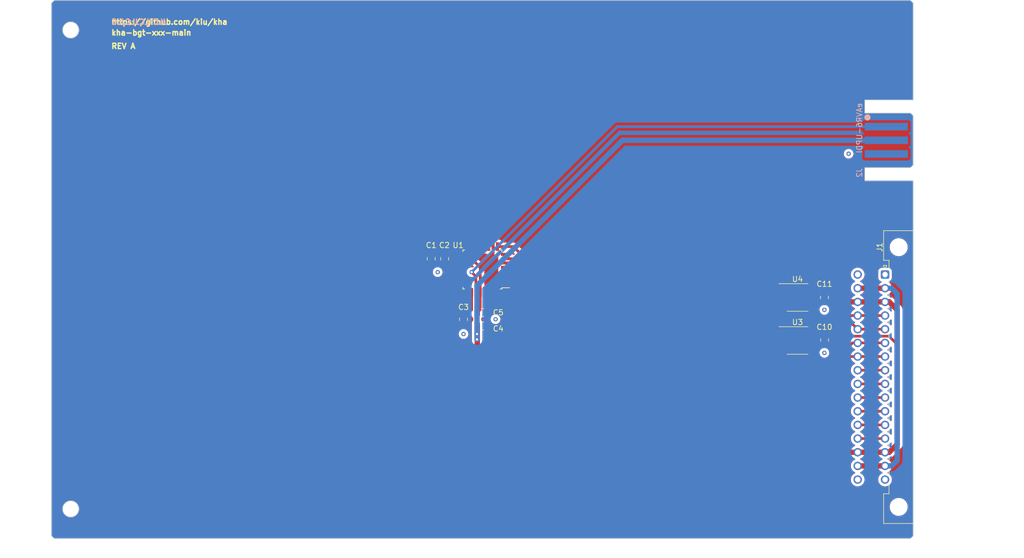
<source format=kicad_pcb>
(kicad_pcb (version 20221018) (generator pcbnew)
  (layers (0 "F.Cu" signal) (31 "B.Cu" signal) (34 "B.Paste" user) (35 "F.Paste" user) (36 "B.SilkS" user "B.Silkscreen") (37 "F.SilkS" user "F.Silkscreen") (38 "B.Mask" user) (39 "F.Mask" user) (44 "Edge.Cuts" user))
  (net 0 "")
  (footprint "Capacitor_SMD:C_0805_2012Metric" (layer "F.Cu") (at 136.4 102.9 180)
    (fp_text reference "C4" (at -2.95 -0.5) (layer "F.SilkS"))
    (fp_text value "C")
    (fp_line (start -0.261252 -0.735) (end 0.261252 -0.735) (stroke (width 0.12)) (layer "F.SilkS"))
    (fp_line (start -0.261252 0.735) (end 0.261252 0.735) (stroke (width 0.12)) (layer "F.SilkS"))
    (pad "1" smd roundrect (at -0.95 0 180) (size 1 1.45) (layers "F.Cu" "F.Paste" "F.Mask"))
    (pad "2" smd roundrect (at 0.95 0 180) (size 1 1.45) (layers "F.Cu" "F.Paste" "F.Mask"))
  )
  (footprint "kiu-eAVR:eAVR6-UPDI-B" (layer "F.Cu") (at 216.4 68.4 90)
    (fp_text reference "J2" (at -7 -10 90) (layer "B.SilkS") (effects (justify right mirror)))
    (fp_text value "AVR-UPDI-6" hide)
    (fp_text user "eAVR6-UPDI" (at 7 -10 90 unlocked) (layer "B.SilkS") (effects (justify left mirror)))
    (fp_circle (center 4.25 -8.5) (end 4.75 -8.5) (stroke (width 0.15)) (fill solid) (layer "B.SilkS"))
    (fp_line (start -5.08 -9) (end -5.08 -0.5) (stroke (width 0.12)) (layer "Edge.Cuts"))
    (fp_line (start -5.08 -0.5) (end -4.58 0) (stroke (width 0.12)) (layer "Edge.Cuts"))
    (fp_line (start -4.58 0) (end 4.58 0) (stroke (width 0.12)) (layer "Edge.Cuts"))
    (fp_line (start 5.08 -9) (end 5.08 -0.5) (stroke (width 0.12)) (layer "Edge.Cuts"))
    (fp_line (start 5.08 -0.5) (end 4.58 0) (stroke (width 0.12)) (layer "Edge.Cuts"))
    (pad "1" connect rect (at 2.54 -5 90) (size 1.4 8) (layers "B.Cu" "B.Mask"))
    (pad "2" connect rect (at 0 -5 90) (size 1.4 8) (layers "B.Cu" "B.Mask"))
    (pad "6" connect rect (at -2.54 -5 90) (size 1.4 8) (layers "B.Cu" "B.Mask"))
  )
  (footprint "Capacitor_SMD:C_0805_2012Metric" (layer "F.Cu") (at 136.4 100.4 180)
    (fp_text reference "C5" (at -2.95 0) (layer "F.SilkS"))
    (fp_text value "C")
    (fp_line (start -0.261252 -0.735) (end 0.261252 -0.735) (stroke (width 0.12)) (layer "F.SilkS"))
    (fp_line (start -0.261252 0.735) (end 0.261252 0.735) (stroke (width 0.12)) (layer "F.SilkS"))
    (pad "1" smd roundrect (at -0.95 0 180) (size 1 1.45) (layers "F.Cu" "F.Paste" "F.Mask"))
    (pad "2" smd roundrect (at 0.95 0 180) (size 1 1.45) (layers "F.Cu" "F.Paste" "F.Mask"))
  )
  (footprint "Package_SO:SOIC-8_3.9x4.9mm_P1.27mm" (layer "F.Cu") (at 194.91 105.6)
    (fp_text reference "U3" (at 0 -3.4) (layer "F.SilkS"))
    (fp_text value "SP481E")
    (fp_line (start 0 -2.56) (end -3.45 -2.56) (stroke (width 0.12)) (layer "F.SilkS"))
    (fp_line (start 0 -2.56) (end 1.95 -2.56) (stroke (width 0.12)) (layer "F.SilkS"))
    (fp_line (start 0 2.56) (end -1.95 2.56) (stroke (width 0.12)) (layer "F.SilkS"))
    (fp_line (start 0 2.56) (end 1.95 2.56) (stroke (width 0.12)) (layer "F.SilkS"))
    (pad "1" smd roundrect (at -2.475 -1.905) (size 1.95 0.6) (layers "F.Cu" "F.Paste" "F.Mask"))
    (pad "2" smd roundrect (at -2.475 -0.635) (size 1.95 0.6) (layers "F.Cu" "F.Paste" "F.Mask"))
    (pad "3" smd roundrect (at -2.475 0.635) (size 1.95 0.6) (layers "F.Cu" "F.Paste" "F.Mask"))
    (pad "4" smd roundrect (at -2.475 1.905) (size 1.95 0.6) (layers "F.Cu" "F.Paste" "F.Mask"))
    (pad "5" smd roundrect (at 2.475 1.905) (size 1.95 0.6) (layers "F.Cu" "F.Paste" "F.Mask"))
    (pad "6" smd roundrect (at 2.475 0.635) (size 1.95 0.6) (layers "F.Cu" "F.Paste" "F.Mask"))
    (pad "7" smd roundrect (at 2.475 -0.635) (size 1.95 0.6) (layers "F.Cu" "F.Paste" "F.Mask"))
    (pad "8" smd roundrect (at 2.475 -1.905) (size 1.95 0.6) (layers "F.Cu" "F.Paste" "F.Mask"))
  )
  (footprint "Capacitor_SMD:C_0805_2012Metric" (layer "F.Cu") (at 199.935 105.505 -90)
    (fp_text reference "C10" (at -2.405 0.025) (layer "F.SilkS"))
    (fp_text value "C")
    (fp_line (start -0.261252 -0.735) (end 0.261252 -0.735) (stroke (width 0.12)) (layer "F.SilkS"))
    (fp_line (start -0.261252 0.735) (end 0.261252 0.735) (stroke (width 0.12)) (layer "F.SilkS"))
    (pad "1" smd roundrect (at -0.95 0 270) (size 1 1.45) (layers "F.Cu" "F.Paste" "F.Mask"))
    (pad "2" smd roundrect (at 0.95 0 270) (size 1 1.45) (layers "F.Cu" "F.Paste" "F.Mask"))
  )
  (footprint "Capacitor_SMD:C_0805_2012Metric" (layer "F.Cu") (at 129.4 90.4 90)
    (fp_text reference "C2" (at 2.5 -0.05) (layer "F.SilkS"))
    (fp_text value "C")
    (fp_line (start -0.261252 -0.735) (end 0.261252 -0.735) (stroke (width 0.12)) (layer "F.SilkS"))
    (fp_line (start -0.261252 0.735) (end 0.261252 0.735) (stroke (width 0.12)) (layer "F.SilkS"))
    (pad "1" smd roundrect (at -0.95 0 90) (size 1 1.45) (layers "F.Cu" "F.Paste" "F.Mask"))
    (pad "2" smd roundrect (at 0.95 0 90) (size 1 1.45) (layers "F.Cu" "F.Paste" "F.Mask"))
  )
  (footprint "Capacitor_SMD:C_0805_2012Metric" (layer "F.Cu") (at 126.9 90.4 90)
    (fp_text reference "C1" (at 2.5 0 180) (layer "F.SilkS"))
    (fp_text value "C")
    (fp_line (start -0.261252 -0.735) (end 0.261252 -0.735) (stroke (width 0.12)) (layer "F.SilkS"))
    (fp_line (start -0.261252 0.735) (end 0.261252 0.735) (stroke (width 0.12)) (layer "F.SilkS"))
    (pad "1" smd roundrect (at -0.95 0 90) (size 1 1.45) (layers "F.Cu" "F.Paste" "F.Mask"))
    (pad "2" smd roundrect (at 0.95 0 90) (size 1 1.45) (layers "F.Cu" "F.Paste" "F.Mask"))
  )
  (footprint "Connector_DIN:DIN41612_C2_2x16_Male_Horizontal_THT" (layer "F.Cu") (at 211.16 93.345 -90)
    (fp_text reference "J1" (at -5.08 1 90) (layer "F.SilkS"))
    (fp_text value "DIN41612_02x16_AC")
    (fp_line (start -8.16 -5.3) (end -8.16 0.26) (stroke (width 0.12)) (layer "F.SilkS"))
    (fp_line (start -8.16 0.26) (end -2.64 0.26) (stroke (width 0.12)) (layer "F.SilkS"))
    (fp_line (start -2.64 -0.74) (end -1.095 -0.74) (stroke (width 0.12)) (layer "F.SilkS"))
    (fp_line (start -2.64 0.26) (end -2.64 -0.74) (stroke (width 0.12)) (layer "F.SilkS"))
    (fp_line (start -1.695 -0.3) (end -1.695 0.3) (stroke (width 0.12)) (layer "F.SilkS"))
    (fp_line (start -1.695 0.3) (end -1.095 0) (stroke (width 0.12)) (layer "F.SilkS"))
    (fp_line (start -1.095 0) (end -1.695 -0.3) (stroke (width 0.12)) (layer "F.SilkS"))
    (fp_line (start 1.095 -0.74) (end 1.671 -0.74) (stroke (width 0.12)) (layer "F.SilkS"))
    (fp_line (start 3.41 -0.74) (end 4.211 -0.74) (stroke (width 0.12)) (layer "F.SilkS"))
    (fp_line (start 5.95 -0.74) (end 6.751 -0.74) (stroke (width 0.12)) (layer "F.SilkS"))
    (fp_line (start 8.49 -0.74) (end 9.291 -0.74) (stroke (width 0.12)) (layer "F.SilkS"))
    (fp_line (start 11.03 -0.74) (end 11.831 -0.74) (stroke (width 0.12)) (layer "F.SilkS"))
    (fp_line (start 13.57 -0.74) (end 14.371 -0.74) (stroke (width 0.12)) (layer "F.SilkS"))
    (fp_line (start 16.11 -0.74) (end 16.911 -0.74) (stroke (width 0.12)) (layer "F.SilkS"))
    (fp_line (start 18.65 -0.74) (end 19.451 -0.74) (stroke (width 0.12)) (layer "F.SilkS"))
    (fp_line (start 21.19 -0.74) (end 21.991 -0.74) (stroke (width 0.12)) (layer "F.SilkS"))
    (fp_line (start 23.73 -0.74) (end 24.531 -0.74) (stroke (width 0.12)) (layer "F.SilkS"))
    (fp_line (start 26.27 -0.74) (end 27.071 -0.74) (stroke (width 0.12)) (layer "F.SilkS"))
    (fp_line (start 28.81 -0.74) (end 29.611 -0.74) (stroke (width 0.12)) (layer "F.SilkS"))
    (fp_line (start 31.35 -0.74) (end 32.151 -0.74) (stroke (width 0.12)) (layer "F.SilkS"))
    (fp_line (start 33.89 -0.74) (end 34.691 -0.74) (stroke (width 0.12)) (layer "F.SilkS"))
    (fp_line (start 36.43 -0.74) (end 37.231 -0.74) (stroke (width 0.12)) (layer "F.SilkS"))
    (fp_line (start 38.97 -0.74) (end 40.74 -0.74) (stroke (width 0.12)) (layer "F.SilkS"))
    (fp_line (start 40.74 0.26) (end 40.74 -0.74) (stroke (width 0.12)) (layer "F.SilkS"))
    (fp_line (start 46.26 -5.3) (end 46.26 0.26) (stroke (width 0.12)) (layer "F.SilkS"))
    (fp_line (start 46.26 0.26) (end 40.74 0.26) (stroke (width 0.12)) (layer "F.SilkS"))
    (pad "" np_thru_hole circle (at -5.08 -2.54 270) (size 2.85 2.85) (drill 2.85) (layers "*.Cu" "*.Mask"))
    (pad "" np_thru_hole circle (at 43.18 -2.54 270) (size 2.85 2.85) (drill 2.85) (layers "*.Cu" "*.Mask"))
    (pad "a1" thru_hole roundrect (at 0 0 270) (size 1.55 1.55) (drill 1) (layers "*.Cu" "*.Mask") (roundrect_rratio 0.1612896774))
    (pad "a2" thru_hole circle (at 2.54 0 270) (size 1.55 1.55) (drill 1) (layers "*.Cu" "*.Mask"))
    (pad "a3" thru_hole circle (at 5.08 0 270) (size 1.55 1.55) (drill 1) (layers "*.Cu" "*.Mask"))
    (pad "a4" thru_hole circle (at 7.62 0 270) (size 1.55 1.55) (drill 1) (layers "*.Cu" "*.Mask"))
    (pad "a5" thru_hole circle (at 10.16 0 270) (size 1.55 1.55) (drill 1) (layers "*.Cu" "*.Mask"))
    (pad "a6" thru_hole circle (at 12.7 0 270) (size 1.55 1.55) (drill 1) (layers "*.Cu" "*.Mask"))
    (pad "a7" thru_hole circle (at 15.24 0 270) (size 1.55 1.55) (drill 1) (layers "*.Cu" "*.Mask"))
    (pad "a8" thru_hole circle (at 17.78 0 270) (size 1.55 1.55) (drill 1) (layers "*.Cu" "*.Mask"))
    (pad "a9" thru_hole circle (at 20.32 0 270) (size 1.55 1.55) (drill 1) (layers "*.Cu" "*.Mask"))
    (pad "a10" thru_hole circle (at 22.86 0 270) (size 1.55 1.55) (drill 1) (layers "*.Cu" "*.Mask"))
    (pad "a11" thru_hole circle (at 25.4 0 270) (size 1.55 1.55) (drill 1) (layers "*.Cu" "*.Mask"))
    (pad "a12" thru_hole circle (at 27.94 0 270) (size 1.55 1.55) (drill 1) (layers "*.Cu" "*.Mask"))
    (pad "a13" thru_hole circle (at 30.48 0 270) (size 1.55 1.55) (drill 1) (layers "*.Cu" "*.Mask"))
    (pad "a14" thru_hole circle (at 33.02 0 270) (size 1.55 1.55) (drill 1) (layers "*.Cu" "*.Mask"))
    (pad "a15" thru_hole circle (at 35.56 0 270) (size 1.55 1.55) (drill 1) (layers "*.Cu" "*.Mask"))
    (pad "a16" thru_hole circle (at 38.1 0 270) (size 1.55 1.55) (drill 1) (layers "*.Cu" "*.Mask"))
    (pad "c1" thru_hole circle (at 0 5.08 270) (size 1.55 1.55) (drill 1) (layers "*.Cu" "*.Mask"))
    (pad "c2" thru_hole circle (at 2.54 5.08 270) (size 1.55 1.55) (drill 1) (layers "*.Cu" "*.Mask"))
    (pad "c3" thru_hole circle (at 5.08 5.08 270) (size 1.55 1.55) (drill 1) (layers "*.Cu" "*.Mask"))
    (pad "c4" thru_hole circle (at 7.62 5.08 270) (size 1.55 1.55) (drill 1) (layers "*.Cu" "*.Mask"))
    (pad "c5" thru_hole circle (at 10.16 5.08 270) (size 1.55 1.55) (drill 1) (layers "*.Cu" "*.Mask"))
    (pad "c6" thru_hole circle (at 12.7 5.08 270) (size 1.55 1.55) (drill 1) (layers "*.Cu" "*.Mask"))
    (pad "c7" thru_hole circle (at 15.24 5.08 270) (size 1.55 1.55) (drill 1) (layers "*.Cu" "*.Mask"))
    (pad "c8" thru_hole circle (at 17.78 5.08 270) (size 1.55 1.55) (drill 1) (layers "*.Cu" "*.Mask"))
    (pad "c9" thru_hole circle (at 20.32 5.08 270) (size 1.55 1.55) (drill 1) (layers "*.Cu" "*.Mask"))
    (pad "c10" thru_hole circle (at 22.86 5.08 270) (size 1.55 1.55) (drill 1) (layers "*.Cu" "*.Mask"))
    (pad "c11" thru_hole circle (at 25.4 5.08 270) (size 1.55 1.55) (drill 1) (layers "*.Cu" "*.Mask"))
    (pad "c12" thru_hole circle (at 27.94 5.08 270) (size 1.55 1.55) (drill 1) (layers "*.Cu" "*.Mask"))
    (pad "c13" thru_hole circle (at 30.48 5.08 270) (size 1.55 1.55) (drill 1) (layers "*.Cu" "*.Mask"))
    (pad "c14" thru_hole circle (at 33.02 5.08 270) (size 1.55 1.55) (drill 1) (layers "*.Cu" "*.Mask"))
    (pad "c15" thru_hole circle (at 35.56 5.08 270) (size 1.55 1.55) (drill 1) (layers "*.Cu" "*.Mask"))
    (pad "c16" thru_hole circle (at 38.1 5.08 270) (size 1.55 1.55) (drill 1) (layers "*.Cu" "*.Mask"))
  )
  (footprint "Package_QFP:TQFP-32_7x7mm_P0.8mm" (layer "F.Cu") (at 136.4 92.4 180)
    (fp_text reference "U1" (at 4.5 4.5) (layer "F.SilkS"))
    (fp_text value "AVR64DD32")
    (fp_line (start -3.625 -3.625) (end -3.625 -3.4) (stroke (width 0.15)) (layer "F.SilkS"))
    (fp_line (start -3.625 -3.625) (end -3.3 -3.625) (stroke (width 0.15)) (layer "F.SilkS"))
    (fp_line (start -3.625 -3.4) (end -5.05 -3.4) (stroke (width 0.15)) (layer "F.SilkS"))
    (fp_line (start -3.625 3.625) (end -3.625 3.3) (stroke (width 0.15)) (layer "F.SilkS"))
    (fp_line (start -3.625 3.625) (end -3.3 3.625) (stroke (width 0.15)) (layer "F.SilkS"))
    (fp_line (start 3.625 -3.625) (end 3.3 -3.625) (stroke (width 0.15)) (layer "F.SilkS"))
    (fp_line (start 3.625 -3.625) (end 3.625 -3.3) (stroke (width 0.15)) (layer "F.SilkS"))
    (fp_line (start 3.625 3.625) (end 3.3 3.625) (stroke (width 0.15)) (layer "F.SilkS"))
    (fp_line (start 3.625 3.625) (end 3.625 3.3) (stroke (width 0.15)) (layer "F.SilkS"))
    (pad "1" smd rect (at -4.25 -2.8 180) (size 1.6 0.55) (layers "F.Cu" "F.Paste" "F.Mask"))
    (pad "2" smd rect (at -4.25 -2 180) (size 1.6 0.55) (layers "F.Cu" "F.Paste" "F.Mask"))
    (pad "3" smd rect (at -4.25 -1.2 180) (size 1.6 0.55) (layers "F.Cu" "F.Paste" "F.Mask"))
    (pad "4" smd rect (at -4.25 -0.4 180) (size 1.6 0.55) (layers "F.Cu" "F.Paste" "F.Mask"))
    (pad "5" smd rect (at -4.25 0.4 180) (size 1.6 0.55) (layers "F.Cu" "F.Paste" "F.Mask"))
    (pad "6" smd rect (at -4.25 1.2 180) (size 1.6 0.55) (layers "F.Cu" "F.Paste" "F.Mask"))
    (pad "7" smd rect (at -4.25 2 180) (size 1.6 0.55) (layers "F.Cu" "F.Paste" "F.Mask"))
    (pad "8" smd rect (at -4.25 2.8 180) (size 1.6 0.55) (layers "F.Cu" "F.Paste" "F.Mask"))
    (pad "9" smd rect (at -2.8 4.25 270) (size 1.6 0.55) (layers "F.Cu" "F.Paste" "F.Mask"))
    (pad "10" smd rect (at -2 4.25 270) (size 1.6 0.55) (layers "F.Cu" "F.Paste" "F.Mask"))
    (pad "11" smd rect (at -1.2 4.25 270) (size 1.6 0.55) (layers "F.Cu" "F.Paste" "F.Mask"))
    (pad "12" smd rect (at -0.4 4.25 270) (size 1.6 0.55) (layers "F.Cu" "F.Paste" "F.Mask"))
    (pad "13" smd rect (at 0.4 4.25 270) (size 1.6 0.55) (layers "F.Cu" "F.Paste" "F.Mask"))
    (pad "14" smd rect (at 1.2 4.25 270) (size 1.6 0.55) (layers "F.Cu" "F.Paste" "F.Mask"))
    (pad "15" smd rect (at 2 4.25 270) (size 1.6 0.55) (layers "F.Cu" "F.Paste" "F.Mask"))
    (pad "16" smd rect (at 2.8 4.25 270) (size 1.6 0.55) (layers "F.Cu" "F.Paste" "F.Mask"))
    (pad "17" smd rect (at 4.25 2.8 180) (size 1.6 0.55) (layers "F.Cu" "F.Paste" "F.Mask"))
    (pad "18" smd rect (at 4.25 2 180) (size 1.6 0.55) (layers "F.Cu" "F.Paste" "F.Mask"))
    (pad "19" smd rect (at 4.25 1.2 180) (size 1.6 0.55) (layers "F.Cu" "F.Paste" "F.Mask"))
    (pad "20" smd rect (at 4.25 0.4 180) (size 1.6 0.55) (layers "F.Cu" "F.Paste" "F.Mask"))
    (pad "21" smd rect (at 4.25 -0.4 180) (size 1.6 0.55) (layers "F.Cu" "F.Paste" "F.Mask"))
    (pad "22" smd rect (at 4.25 -1.2 180) (size 1.6 0.55) (layers "F.Cu" "F.Paste" "F.Mask"))
    (pad "23" smd rect (at 4.25 -2 180) (size 1.6 0.55) (layers "F.Cu" "F.Paste" "F.Mask"))
    (pad "24" smd rect (at 4.25 -2.8 180) (size 1.6 0.55) (layers "F.Cu" "F.Paste" "F.Mask"))
    (pad "25" smd rect (at 2.8 -4.25 270) (size 1.6 0.55) (layers "F.Cu" "F.Paste" "F.Mask"))
    (pad "26" smd rect (at 2 -4.25 270) (size 1.6 0.55) (layers "F.Cu" "F.Paste" "F.Mask"))
    (pad "27" smd rect (at 1.2 -4.25 270) (size 1.6 0.55) (layers "F.Cu" "F.Paste" "F.Mask"))
    (pad "28" smd rect (at 0.4 -4.25 270) (size 1.6 0.55) (layers "F.Cu" "F.Paste" "F.Mask"))
    (pad "29" smd rect (at -0.4 -4.25 270) (size 1.6 0.55) (layers "F.Cu" "F.Paste" "F.Mask"))
    (pad "30" smd rect (at -1.2 -4.25 270) (size 1.6 0.55) (layers "F.Cu" "F.Paste" "F.Mask"))
    (pad "31" smd rect (at -2 -4.25 270) (size 1.6 0.55) (layers "F.Cu" "F.Paste" "F.Mask"))
    (pad "32" smd rect (at -2.8 -4.25 270) (size 1.6 0.55) (layers "F.Cu" "F.Paste" "F.Mask"))
  )
  (footprint "Capacitor_SMD:C_0805_2012Metric" (layer "F.Cu") (at 199.91 97.6 -90)
    (fp_text reference "C11" (at -2.5 0 -180) (layer "F.SilkS"))
    (fp_text value "C")
    (fp_line (start -0.261252 -0.735) (end 0.261252 -0.735) (stroke (width 0.12)) (layer "F.SilkS"))
    (fp_line (start -0.261252 0.735) (end 0.261252 0.735) (stroke (width 0.12)) (layer "F.SilkS"))
    (pad "1" smd roundrect (at -0.95 0 270) (size 1 1.45) (layers "F.Cu" "F.Paste" "F.Mask"))
    (pad "2" smd roundrect (at 0.95 0 270) (size 1 1.45) (layers "F.Cu" "F.Paste" "F.Mask"))
  )
  (footprint "Package_SO:SOIC-8_3.9x4.9mm_P1.27mm" (layer "F.Cu") (at 194.91 97.6)
    (fp_text reference "U4" (at 0 -3.4) (layer "F.SilkS"))
    (fp_text value "SP481E")
    (fp_line (start 0 -2.56) (end -3.45 -2.56) (stroke (width 0.12)) (layer "F.SilkS"))
    (fp_line (start 0 -2.56) (end 1.95 -2.56) (stroke (width 0.12)) (layer "F.SilkS"))
    (fp_line (start 0 2.56) (end -1.95 2.56) (stroke (width 0.12)) (layer "F.SilkS"))
    (fp_line (start 0 2.56) (end 1.95 2.56) (stroke (width 0.12)) (layer "F.SilkS"))
    (pad "1" smd roundrect (at -2.475 -1.905) (size 1.95 0.6) (layers "F.Cu" "F.Paste" "F.Mask"))
    (pad "2" smd roundrect (at -2.475 -0.635) (size 1.95 0.6) (layers "F.Cu" "F.Paste" "F.Mask"))
    (pad "3" smd roundrect (at -2.475 0.635) (size 1.95 0.6) (layers "F.Cu" "F.Paste" "F.Mask"))
    (pad "4" smd roundrect (at -2.475 1.905) (size 1.95 0.6) (layers "F.Cu" "F.Paste" "F.Mask"))
    (pad "5" smd roundrect (at 2.475 1.905) (size 1.95 0.6) (layers "F.Cu" "F.Paste" "F.Mask"))
    (pad "6" smd roundrect (at 2.475 0.635) (size 1.95 0.6) (layers "F.Cu" "F.Paste" "F.Mask"))
    (pad "7" smd roundrect (at 2.475 -0.635) (size 1.95 0.6) (layers "F.Cu" "F.Paste" "F.Mask"))
    (pad "8" smd roundrect (at 2.475 -1.905) (size 1.95 0.6) (layers "F.Cu" "F.Paste" "F.Mask"))
  )
  (footprint "Capacitor_SMD:C_0805_2012Metric" (layer "F.Cu") (at 132.9 101.65 90)
    (fp_text reference "C3" (at 2.25 0 180) (layer "F.SilkS"))
    (fp_text value "C")
    (fp_line (start -0.261252 -0.735) (end 0.261252 -0.735) (stroke (width 0.12)) (layer "F.SilkS"))
    (fp_line (start -0.261252 0.735) (end 0.261252 0.735) (stroke (width 0.12)) (layer "F.SilkS"))
    (pad "1" smd roundrect (at -0.95 0 90) (size 1 1.45) (layers "F.Cu" "F.Paste" "F.Mask"))
    (pad "2" smd roundrect (at 0.95 0 90) (size 1 1.45) (layers "F.Cu" "F.Paste" "F.Mask"))
  )
  (gr_line (start 216.4 60.9) (end 216.4 42.9) (stroke (width 0.1)) (layer "Edge.Cuts"))
  (gr_line (start 207.4 60.9) (end 216.4 60.9) (stroke (width 0.1)) (layer "Edge.Cuts"))
  (gr_line (start 56.4 141.9) (end 56.4 42.9) (stroke (width 0.1)) (layer "Edge.Cuts"))
  (gr_line (start 216.4 75.9) (end 216.4 141.9) (stroke (width 0.1)) (layer "Edge.Cuts"))
  (gr_line (start 207.4 75.9) (end 207.4 73.48) (stroke (width 0.1)) (layer "Edge.Cuts"))
  (gr_line (start 215.9 42.4) (end 216.4 42.9) (stroke (width 0.1)) (layer "Edge.Cuts"))
  (gr_line (start 56.9 42.4) (end 215.9 42.4) (stroke (width 0.1)) (layer "Edge.Cuts"))
  (gr_line (start 215.9 142.4) (end 56.9 142.4) (stroke (width 0.1)) (layer "Edge.Cuts"))
  (gr_line (start 56.4 141.9) (end 56.9 142.4) (stroke (width 0.1)) (layer "Edge.Cuts"))
  (gr_line (start 215.9 142.4) (end 216.4 141.9) (stroke (width 0.1)) (layer "Edge.Cuts"))
  (gr_line (start 216.4 75.9) (end 207.4 75.9) (stroke (width 0.1)) (layer "Edge.Cuts"))
  (gr_circle (center 59.97 47.9) (end 61.47 47.9) (stroke (width 0.1)) (fill none) (layer "Edge.Cuts"))
  (gr_line (start 56.4 42.9) (end 56.9 42.4) (stroke (width 0.1)) (layer "Edge.Cuts"))
  (gr_line (start 207.4 63.32) (end 207.4 60.9) (stroke (width 0.1)) (layer "Edge.Cuts"))
  (gr_circle (center 59.97 136.9) (end 61.47 136.9) (stroke (width 0.1)) (fill none) (layer "Edge.Cuts"))
  (gr_text "JLCJLCJLCJLC" (at 67.4 46.4) (layer "B.SilkS") (effects (font (size 1 1) (thickness 0.25) bold) (justify right mirror)))
  (gr_text "kha-bgt-xxx-main" (at 67.4 48.4) (layer "F.SilkS") (effects (font (size 1 1) (thickness 0.25) bold) (justify left)))
  (gr_text "https://github.com/kiu/kha" (at 67.4 46.4) (layer "F.SilkS") (effects (font (size 1 1) (thickness 0.25) bold) (justify left)))
  (gr_text "REV A" (at 67.4 50.9) (layer "F.SilkS") (effects (font (size 1 1) (thickness 0.25) bold) (justify left)))
  (segment (start 211.16 116.205) (end 206.08 116.205) (width 0.5) (layer "F.Cu") (net 0))
  (segment (start 211.935 126.365) (end 213.4 124.9) (width 1) (layer "F.Cu") (net 0))
  (segment (start 190.695 95.695) (end 192.435 95.695) (width 0.5) (layer "F.Cu") (net 0))
  (segment (start 206.08 108.585) (end 204.081 108.585) (width 0.5) (layer "F.Cu") (net 0))
  (segment (start 140.65 91.2) (end 184.7 91.2) (width 0.5) (layer "F.Cu") (net 0))
  (segment (start 143.4 89.4) (end 185.9 89.4) (width 0.5) (layer "F.Cu") (net 0))
  (segment (start 213.4 99.9) (end 213.4 106.303) (width 1) (layer "F.Cu") (net 0))
  (segment (start 195.9 109.9) (end 195.4 109.4) (width 0.5) (layer "F.Cu") (net 0))
  (segment (start 195.16 102.35) (end 194.4 101.59) (width 0.5) (layer "F.Cu") (net 0))
  (segment (start 211.16 123.825) (end 206.08 123.825) (width 0.5) (layer "F.Cu") (net 0))
  (segment (start 211.185 98.4) (end 211.9 98.4) (width 1) (layer "F.Cu") (net 0))
  (segment (start 206.08 98.425) (end 204.425 98.425) (width 1) (layer "F.Cu") (net 0))
  (segment (start 136 96.65) (end 136 92) (width 0.5) (layer "F.Cu") (net 0))
  (segment (start 132.15 91.2) (end 129.55 91.2) (width 0.5) (layer "F.Cu") (net 0))
  (segment (start 195.435 100.625) (end 195.435 98.731) (width 0.5) (layer "F.Cu") (net 0))
  (segment (start 201.266 109.9) (end 195.9 109.9) (width 0.5) (layer "F.Cu") (net 0))
  (segment (start 138.4 99.4) (end 182.795 99.4) (width 0.5) (layer "F.Cu") (net 0))
  (segment (start 135.45 102.9) (end 135.45 100.4) (width 0.5) (layer "F.Cu") (net 0))
  (segment (start 194.41 104.1) (end 193.545 104.965) (width 0.5) (layer "F.Cu") (net 0))
  (segment (start 211.16 111.125) (end 206.08 111.125) (width 0.5) (layer "F.Cu") (net 0))
  (segment (start 134.4 90.4) (end 132.15 90.4) (width 0.5) (layer "F.Cu") (net 0))
  (segment (start 136 99.85) (end 135.45 100.4) (width 0.5) (layer "F.Cu") (net 0))
  (segment (start 135.2 96.65) (end 135.2 93.7) (width 0.5) (layer "F.Cu") (net 0))
  (segment (start 198.515756 103.695) (end 199.375756 104.555) (width 0.5) (layer "F.Cu") (net 0))
  (segment (start 133.6 100.7) (end 134.4 99.9) (width 0.5) (layer "F.Cu") (net 0))
  (segment (start 204.4 98.4) (end 202.65 96.65) (width 1) (layer "F.Cu") (net 0))
  (segment (start 135.2 93.7) (end 134.4 92.9) (width 0.5) (layer "F.Cu") (net 0))
  (segment (start 194.41 109.1) (end 194.4 109.11) (width 0.5) (layer "F.Cu") (net 0))
  (segment (start 211.9 98.4) (end 212.425 98.925) (width 1) (layer "F.Cu") (net 0))
  (segment (start 211.16 100.965) (end 206.08 100.965) (width 0.5) (layer "F.Cu") (net 0))
  (segment (start 194.4 97.766) (end 195.201 96.965) (width 0.5) (layer "F.Cu") (net 0))
  (segment (start 204.081 108.585) (end 203.581 109.085) (width 0.5) (layer "F.Cu") (net 0))
  (segment (start 212.425 98.925) (end 213.4 99.9) (width 1) (layer "F.Cu") (net 0))
  (segment (start 200.18 104.8) (end 199.935 104.555) (width 0.5) (layer "F.Cu") (net 0))
  (segment (start 195.201 96.965) (end 197.385 96.965) (width 0.5) (layer "F.Cu") (net 0))
  (segment (start 194.4 109.11) (end 194.4 109.9) (width 0.5) (layer "F.Cu") (net 0))
  (segment (start 129.95 89.45) (end 129.4 89.45) (width 0.5) (layer "F.Cu") (net 0))
  (segment (start 202.65 96.65) (end 199.91 96.65) (width 1) (layer "F.Cu") (net 0))
  (segment (start 194.4 101.59) (end 194.4 97.766) (width 0.5) (layer "F.Cu") (net 0))
  (segment (start 132.15 90.4) (end 130.9 90.4) (width 0.5) (layer "F.Cu") (net 0))
  (segment (start 195.4 106.766) (end 195.931 106.235) (width 0.5) (layer "F.Cu") (net 0))
  (segment (start 204.425 98.425) (end 204.4 98.4) (width 1) (layer "F.Cu") (net 0))
  (segment (start 190.9 99.505) (end 192.435 99.505) (width 0.5) (layer "F.Cu") (net 0))
  (segment (start 199.375756 104.555) (end 199.935 104.555) (width 0.5) (layer "F.Cu") (net 0))
  (segment (start 188.695 103.695) (end 192.435 103.695) (width 0.5) (layer "F.Cu") (net 0))
  (segment (start 195.931 106.235) (end 197.385 106.235) (width 0.5) (layer "F.Cu") (net 0))
  (segment (start 204.4 101.4) (end 196.21 101.4) (width 0.5) (layer "F.Cu") (net 0))
  (segment (start 138.4 97.9) (end 138.9 98.4) (width 0.5) (layer "F.Cu") (net 0))
  (segment (start 197.385 104.965) (end 195.545 104.965) (width 0.5) (layer "F.Cu") (net 0))
  (segment (start 211.16 95.885) (end 206.08 95.885) (width 1) (layer "F.Cu") (net 0))
  (segment (start 211.16 118.745) (end 206.08 118.745) (width 0.5) (layer "F.Cu") (net 0))
  (segment (start 137.6 96.65) (end 137.6 98.6) (width 0.5) (layer "F.Cu") (net 0))
  (segment (start 139.15 126.15) (end 135.45 122.45) (width 1) (layer "F.Cu") (net 0))
  (segment (start 190.3475 96.8475) (end 190.3475 98.9525) (width 0.5) (layer "F.Cu") (net 0))
  (segment (start 140.65 96.4) (end 141.65 97.4) (width 0.5) (layer "F.Cu") (net 0))
  (segment (start 138.4 88.15) (end 138.4 89.6) (width 0.5) (layer "F.Cu") (net 0))
  (segment (start 185.4 90.4) (end 190.695 95.695) (width 0.5) (layer "F.Cu") (net 0))
  (segment (start 136.8 96.65) (end 136.8 99.85) (width 0.5) (layer "F.Cu") (net 0))
  (segment (start 193.53 94.1) (end 194.435 95.005) (width 0.5) (layer "F.Cu") (net 0))
  (segment (start 211.16 126.365) (end 206.08 126.365) (width 1) (layer "F.Cu") (net 0))
  (segment (start 141.65 97.4) (end 183.9 97.4) (width 0.5) (layer "F.Cu") (net 0))
  (segment (start 199.91 96.65) (end 198.955 95.695) (width 0.5) (layer "F.Cu") (net 0))
  (segment (start 194.4 109.9) (end 195.4 110.9) (width 0.5) (layer "F.Cu") (net 0))
  (segment (start 132.9 100.7) (end 133.6 100.7) (width 0.5) (layer "F.Cu") (net 0))
  (segment (start 182.795 99.4) (end 190.9 107.505) (width 0.5) (layer "F.Cu") (net 0))
  (segment (start 136 96.65) (end 136 99.85) (width 0.5) (layer "F.Cu") (net 0))
  (segment (start 183.9 97.4) (end 188.6 102.1) (width 0.5) (layer "F.Cu") (net 0))
  (segment (start 206.08 106.045) (end 205.121 106.045) (width 0.5) (layer "F.Cu") (net 0))
  (segment (start 201.766 110.9) (end 203.581 109.085) (width 0.5) (layer "F.Cu") (net 0))
  (segment (start 204.925 102.35) (end 195.16 102.35) (width 0.5) (layer "F.Cu") (net 0))
  (segment (start 129.4 89.45) (end 126.9 89.45) (width 0.5) (layer "F.Cu") (net 0))
  (segment (start 140.65 90.4) (end 185.4 90.4) (width 0.5) (layer "F.Cu") (net 0))
  (segment (start 195.4 110.9) (end 201.766 110.9) (width 0.5) (layer "F.Cu") (net 0))
  (segment (start 190.6 94.1) (end 193.53 94.1) (width 0.5) (layer "F.Cu") (net 0))
  (segment (start 211.16 103.505) (end 206.08 103.505) (width 0.5) (layer "F.Cu") (net 0))
  (segment (start 211.16 113.665) (end 206.08 113.665) (width 0.5) (layer "F.Cu") (net 0))
  (segment (start 136.8 99.85) (end 137.35 100.4) (width 0.5) (layer "F.Cu") (net 0))
  (segment (start 192.435 98.235) (end 192.435 96.965) (width 0.5) (layer "F.Cu") (net 0))
  (segment (start 137.6 98.6) (end 138.4 99.4) (width 0.5) (layer "F.Cu") (net 0))
  (segment (start 205.121 106.045) (end 201.266 109.9) (width 0.5) (layer "F.Cu") (net 0))
  (segment (start 139.2 88.15) (end 142.15 88.15) (width 0.5) (layer "F.Cu") (net 0))
  (segment (start 211.897 104.8) (end 200.18 104.8) (width 0.5) (layer "F.Cu") (net 0))
  (segment (start 135.45 122.45) (end 135.45 102.9) (width 1) (layer "F.Cu") (net 0))
  (segment (start 193.545 104.965) (end 192.435 104.965) (width 0.5) (layer "F.Cu") (net 0))
  (segment (start 142.15 88.15) (end 143.4 89.4) (width 0.5) (layer "F.Cu") (net 0))
  (segment (start 194.435 95.005) (end 194.435 96.005) (width 0.5) (layer "F.Cu") (net 0))
  (segment (start 195.545 104.965) (end 194.41 106.1) (width 0.5) (layer "F.Cu") (net 0))
  (segment (start 211.16 106.045) (end 206.08 106.045) (width 0.5) (layer "F.Cu") (net 0))
  (segment (start 211.16 126.365) (end 211.935 126.365) (width 1) (layer "F.Cu") (net 0))
  (segment (start 195.931 98.235) (end 197.385 98.235) (width 0.5) (layer "F.Cu") (net 0))
  (segment (start 206.08 103.505) (end 204.925 102.35) (width 0.5) (layer "F.Cu") (net 0))
  (segment (start 204.835 100.965) (end 204.4 101.4) (width 0.5) (layer "F.Cu") (net 0))
  (segment (start 130.9 90.4) (end 129.95 89.45) (width 0.5) (layer "F.Cu") (net 0))
  (segment (start 194.41 103.1) (end 194.41 104.1) (width 0.5) (layer "F.Cu") (net 0))
  (segment (start 190.3475 98.9525) (end 190.9 99.505) (width 0.5) (layer "F.Cu") (net 0))
  (segment (start 138.9 98.4) (end 183.4 98.4) (width 0.5) (layer "F.Cu") (net 0))
  (segment (start 194.41 106.1) (end 194.41 109.1) (width 0.5) (layer "F.Cu") (net 0))
  (segment (start 139.365 126.365) (end 139.15 126.15) (width 1) (layer "F.Cu") (net 0))
  (segment (start 197.385 103.695) (end 198.515756 103.695) (width 0.5) (layer "F.Cu") (net 0))
  (segment (start 211.16 108.585) (end 206.08 108.585) (width 0.5) (layer "F.Cu") (net 0))
  (segment (start 193.41 102.1) (end 194.41 103.1) (width 0.5) (layer "F.Cu") (net 0))
  (segment (start 190.9 107.505) (end 192.435 107.505) (width 0.5) (layer "F.Cu") (net 0))
  (segment (start 192.435 104.965) (end 192.435 106.235) (width 0.5) (layer "F.Cu") (net 0))
  (segment (start 213.4 106.303) (end 213.4 124.9) (width 1) (layer "F.Cu") (net 0))
  (segment (start 211.16 98.425) (end 206.08 98.425) (width 1) (layer "F.Cu") (net 0))
  (segment (start 195.4 109.4) (end 195.4 108.286) (width 0.5) (layer "F.Cu") (net 0))
  (segment (start 198.955 95.695) (end 197.385 95.695) (width 0.5) (layer "F.Cu") (net 0))
  (segment (start 206.08 126.365) (end 139.365 126.365) (width 1) (layer "F.Cu") (net 0))
  (segment (start 195.41 108.276) (end 195.41 106.776) (width 0.5) (layer "F.Cu") (net 0))
  (segment (start 211.16 121.285) (end 206.08 121.285) (width 0.5) (layer "F.Cu") (net 0))
  (segment (start 136 92) (end 134.4 90.4) (width 0.5) (layer "F.Cu") (net 0))
  (segment (start 213.4 106.303) (end 211.897 104.8) (width 0.5) (layer "F.Cu") (net 0))
  (segment (start 195.41 106.776) (end 195.4 106.766) (width 0.5) (layer "F.Cu") (net 0))
  (segment (start 194.435 96.005) (end 193.475 96.965) (width 0.5) (layer "F.Cu") (net 0))
  (segment (start 129.55 91.2) (end 129.4 91.35) (width 0.5) (layer "F.Cu") (net 0))
  (segment (start 195.4 108.286) (end 195.41 108.276) (width 0.5) (layer "F.Cu") (net 0))
  (segment (start 211.16 128.905) (end 206.08 128.905) (width 1) (layer "F.Cu") (net 0))
  (segment (start 184.7 91.2) (end 190.3475 96.8475) (width 0.5) (layer "F.Cu") (net 0))
  (segment (start 193.475 96.965) (end 192.435 96.965) (width 0.5) (layer "F.Cu") (net 0))
  (segment (start 196.21 101.4) (end 195.435 100.625) (width 0.5) (layer "F.Cu") (net 0))
  (segment (start 134.4 96.65) (end 134.4 99.9) (width 0.5) (layer "F.Cu") (net 0))
  (segment (start 195.435 98.731) (end 195.931 98.235) (width 0.5) (layer "F.Cu") (net 0))
  (segment (start 188.6 102.1) (end 193.41 102.1) (width 0.5) (layer "F.Cu") (net 0))
  (segment (start 138.4 89.6) (end 136 92) (width 0.5) (layer "F.Cu") (net 0))
  (segment (start 138.4 96.65) (end 138.4 97.9) (width 0.5) (layer "F.Cu") (net 0))
  (segment (start 206.08 100.965) (end 204.835 100.965) (width 0.5) (layer "F.Cu") (net 0))
  (segment (start 183.4 98.4) (end 188.695 103.695) (width 0.5) (layer "F.Cu") (net 0))
  (segment (start 140.65 95.2) (end 140.65 96.4) (width 0.5) (layer "F.Cu") (net 0))
  (segment (start 185.9 89.4) (end 190.6 94.1) (width 0.5) (layer "F.Cu") (net 0))
  (segment (start 211.16 98.425) (end 211.185 98.4) (width 1) (layer "F.Cu") (net 0))
  (via (at 128.1 92.9) (size 0.8) (drill 0.4) (layers "F.Cu" "B.Cu") (net 0))
  (via (at 132.9 104.4) (size 0.8) (drill 0.4) (layers "F.Cu" "B.Cu") (net 0))
  (via (at 135.4 104.4) (size 0.8) (drill 0.4) (layers "F.Cu" "B.Cu") (net 0))
  (via (at 199.9 99.9) (size 0.8) (drill 0.4) (layers "F.Cu" "B.Cu") (net 0))
  (via (at 199.9 107.9) (size 0.8) (drill 0.4) (layers "F.Cu" "B.Cu") (net 0))
  (via (at 134.4 92.9) (size 0.8) (drill 0.4) (layers "F.Cu" "B.Cu") (net 0))
  (via (at 204.4 70.9) (size 0.8) (drill 0.4) (layers "F.Cu" "B.Cu") (net 0))
  (via (at 135.4 105.4) (size 0.8) (drill 0.4) (layers "F.Cu" "B.Cu") (net 0))
  (via (at 138.85 101.65) (size 0.8) (drill 0.4) (layers "F.Cu" "B.Cu") (net 0))
  (segment (start 212.395 128.905) (end 213.4 127.9) (width 1) (layer "B.Cu") (net 0))
  (segment (start 212.385 95.885) (end 213.4 96.9) (width 1) (layer "B.Cu") (net 0))
  (segment (start 135.4 95.4) (end 135.4 104.4) (width 1) (layer "B.Cu") (net 0))
  (segment (start 162.4 68.4) (end 135.4 95.4) (width 1) (layer "B.Cu") (net 0))
  (segment (start 161.44 65.86) (end 134.4 92.9) (width 0.5) (layer "B.Cu") (net 0))
  (segment (start 211.4 65.86) (end 161.44 65.86) (width 0.5) (layer "B.Cu") (net 0))
  (segment (start 211.16 95.885) (end 212.385 95.885) (width 1) (layer "B.Cu") (net 0))
  (segment (start 135.4 104.4) (end 135.4 105.4) (width 1) (layer "B.Cu") (net 0))
  (segment (start 213.4 97.4) (end 213.4 127.9) (width 1) (layer "B.Cu") (net 0))
  (segment (start 213.4 96.9) (end 213.4 97.4) (width 1) (layer "B.Cu") (net 0))
  (segment (start 211.16 128.905) (end 212.395 128.905) (width 1) (layer "B.Cu") (net 0))
  (segment (start 211.4 68.4) (end 162.4 68.4) (width 1) (layer "B.Cu") (net 0))
  (zone (net 0) (net_name "") (layers "F&B.Cu") (priority 2) (connect_pads (clearance 0.5)) (min_thickness 0.25) (fill yes (thermal_gap 0.5) (thermal_bridge_width 0.5))
    (polygon (pts (xy 56.4 42.4) (xy 216.4 42.4) (xy 216.4 142.4) (xy 56.4 142.4)))
  )
)
</source>
